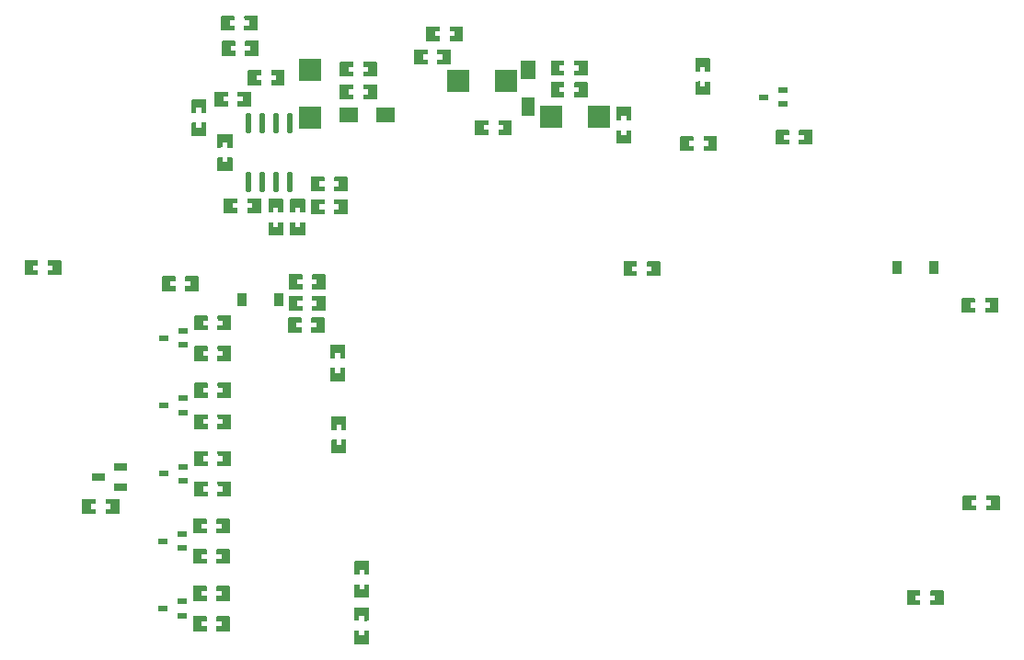
<source format=gtp>
G04 Layer: TopPasteMaskLayer*
G04 EasyEDA v6.5.23, 2023-06-13 20:56:30*
G04 d7613748035a41f38142119238425102,0997c0c323a540828c61b468e30a80a1,10*
G04 Gerber Generator version 0.2*
G04 Scale: 100 percent, Rotated: No, Reflected: No *
G04 Dimensions in millimeters *
G04 leading zeros omitted , absolute positions ,4 integer and 5 decimal *
%FSLAX45Y45*%
%MOMM*%

%AMMACRO1*21,1,$1,$2,0,0,$3*%
%ADD10MACRO1,1.296X1.7575X0.0000*%
%ADD11R,1.2960X1.7575*%
%ADD12MACRO1,1.296X1.7575X-90.0000*%
%ADD13R,2.0000X2.0000*%
%ADD14R,0.9500X1.1500*%
%ADD15R,1.2500X0.7000*%
%ADD16R,0.9360X0.5000*%
%ADD17O,0.5684012X1.950212*%
%ADD18O,0.0185X1.950212*%

%LPD*%
G36*
X5570321Y-1214424D02*
G01*
X5529326Y-1214932D01*
X5524347Y-1219911D01*
X5524347Y-1334922D01*
X5529326Y-1339951D01*
X5657342Y-1339951D01*
X5662320Y-1334922D01*
X5662320Y-1219911D01*
X5657342Y-1214932D01*
X5615330Y-1215440D01*
X5615330Y-1259433D01*
X5570321Y-1259433D01*
G37*
G36*
X5529326Y-999947D02*
G01*
X5524347Y-1004925D01*
X5524347Y-1119936D01*
X5529326Y-1124915D01*
X5570321Y-1124407D01*
X5570321Y-1080414D01*
X5615330Y-1080414D01*
X5615330Y-1124915D01*
X5657342Y-1124915D01*
X5662320Y-1119936D01*
X5662320Y-1004925D01*
X5657342Y-999947D01*
G37*
G36*
X6297015Y-764590D02*
G01*
X6256020Y-765098D01*
X6251041Y-770077D01*
X6251041Y-885088D01*
X6256020Y-890117D01*
X6384036Y-890117D01*
X6389014Y-885088D01*
X6389014Y-770077D01*
X6384036Y-765098D01*
X6342024Y-765606D01*
X6342024Y-809599D01*
X6297015Y-809599D01*
G37*
G36*
X6256020Y-550113D02*
G01*
X6251041Y-555091D01*
X6251041Y-670102D01*
X6256020Y-675081D01*
X6297015Y-674573D01*
X6297015Y-630580D01*
X6342024Y-630580D01*
X6342024Y-675081D01*
X6384036Y-675081D01*
X6389014Y-670102D01*
X6389014Y-555091D01*
X6384036Y-550113D01*
G37*
G36*
X2906014Y-3849979D02*
G01*
X2900984Y-3855008D01*
X2900984Y-3969969D01*
X2906014Y-3974998D01*
X2947974Y-3974490D01*
X2947974Y-3930497D01*
X2992983Y-3930497D01*
X2992983Y-3975506D01*
X3033979Y-3974998D01*
X3039008Y-3969969D01*
X3039008Y-3855008D01*
X3033979Y-3849979D01*
G37*
G36*
X2906014Y-4065015D02*
G01*
X2900984Y-4069994D01*
X2900984Y-4185005D01*
X2906014Y-4189984D01*
X3033979Y-4189984D01*
X3039008Y-4185005D01*
X3039008Y-4069994D01*
X3033979Y-4065015D01*
X2992983Y-4065473D01*
X2992983Y-4109516D01*
X2947974Y-4109516D01*
X2947974Y-4065015D01*
G37*
G36*
X2937002Y-3404514D02*
G01*
X2896006Y-3404971D01*
X2890977Y-3410000D01*
X2890977Y-3525012D01*
X2896006Y-3529990D01*
X3023971Y-3529990D01*
X3029000Y-3525012D01*
X3029000Y-3410000D01*
X3023971Y-3404971D01*
X2982010Y-3405479D01*
X2982010Y-3449472D01*
X2937002Y-3449472D01*
G37*
G36*
X2896006Y-3189986D02*
G01*
X2890977Y-3195015D01*
X2890977Y-3309975D01*
X2896006Y-3315004D01*
X2937002Y-3314496D01*
X2937002Y-3270503D01*
X2982010Y-3270503D01*
X2982010Y-3315004D01*
X3023971Y-3315004D01*
X3029000Y-3309975D01*
X3029000Y-3195015D01*
X3023971Y-3189986D01*
G37*
G36*
X7209993Y-1211021D02*
G01*
X7204964Y-1215999D01*
X7205472Y-1258011D01*
X7249464Y-1258011D01*
X7249464Y-1302969D01*
X7204506Y-1302969D01*
X7204964Y-1344015D01*
X7209993Y-1348994D01*
X7325004Y-1348994D01*
X7329982Y-1344015D01*
X7329982Y-1215999D01*
X7325004Y-1211021D01*
G37*
G36*
X6995007Y-1211021D02*
G01*
X6989978Y-1215999D01*
X6989978Y-1344015D01*
X6995007Y-1348994D01*
X7109968Y-1348994D01*
X7114997Y-1344015D01*
X7114489Y-1302969D01*
X7070496Y-1302969D01*
X7070496Y-1258011D01*
X7114997Y-1258011D01*
X7114997Y-1215999D01*
X7109968Y-1211021D01*
G37*
G36*
X5809996Y-2420975D02*
G01*
X5804966Y-2426004D01*
X5805474Y-2467965D01*
X5849467Y-2467965D01*
X5849467Y-2512974D01*
X5804509Y-2512974D01*
X5804966Y-2553970D01*
X5809996Y-2558999D01*
X5925007Y-2558999D01*
X5929985Y-2553970D01*
X5929985Y-2426004D01*
X5925007Y-2420975D01*
G37*
G36*
X5595010Y-2420975D02*
G01*
X5589981Y-2426004D01*
X5589981Y-2553970D01*
X5595010Y-2558999D01*
X5709970Y-2558999D01*
X5715000Y-2553970D01*
X5714492Y-2512974D01*
X5670499Y-2512974D01*
X5670499Y-2467965D01*
X5715000Y-2467965D01*
X5715000Y-2426004D01*
X5709970Y-2420975D01*
G37*
G36*
X2113483Y-391007D02*
G01*
X2108504Y-395986D01*
X2109012Y-437997D01*
X2153005Y-437997D01*
X2153005Y-483006D01*
X2107996Y-483006D01*
X2108504Y-524001D01*
X2113483Y-528980D01*
X2228494Y-528980D01*
X2233523Y-524001D01*
X2233523Y-395986D01*
X2228494Y-391007D01*
G37*
G36*
X1898497Y-391007D02*
G01*
X1893519Y-395986D01*
X1893519Y-524001D01*
X1898497Y-528980D01*
X2013508Y-528980D01*
X2018487Y-524001D01*
X2017979Y-483006D01*
X1973986Y-483006D01*
X1973986Y-437997D01*
X2018487Y-437997D01*
X2018487Y-395986D01*
X2013508Y-391007D01*
G37*
G36*
X5140858Y-572973D02*
G01*
X5135880Y-577951D01*
X5136388Y-619963D01*
X5180380Y-619963D01*
X5180380Y-664972D01*
X5135372Y-664972D01*
X5135880Y-705967D01*
X5140858Y-710946D01*
X5255869Y-710946D01*
X5260848Y-705967D01*
X5260848Y-577951D01*
X5255869Y-572973D01*
G37*
G36*
X4925872Y-572973D02*
G01*
X4920843Y-577951D01*
X4920843Y-705967D01*
X4925872Y-710946D01*
X5040884Y-710946D01*
X5045862Y-705967D01*
X5045354Y-664972D01*
X5001361Y-664972D01*
X5001361Y-619963D01*
X5045862Y-619963D01*
X5045862Y-577951D01*
X5040884Y-572973D01*
G37*
G36*
X3780891Y-258978D02*
G01*
X3775862Y-263956D01*
X3775862Y-391972D01*
X3780891Y-396951D01*
X3895851Y-396951D01*
X3900881Y-391972D01*
X3900373Y-349961D01*
X3856380Y-349961D01*
X3856380Y-304952D01*
X3901389Y-304952D01*
X3900881Y-263956D01*
X3895851Y-258978D01*
G37*
G36*
X3995877Y-258978D02*
G01*
X3990848Y-263956D01*
X3991356Y-304952D01*
X4035348Y-304952D01*
X4035348Y-349961D01*
X3990848Y-349961D01*
X3990848Y-391972D01*
X3995877Y-396951D01*
X4110888Y-396951D01*
X4115866Y-391972D01*
X4115866Y-263956D01*
X4110888Y-258978D01*
G37*
G36*
X5140858Y-772972D02*
G01*
X5135880Y-777951D01*
X5136388Y-819962D01*
X5180380Y-819962D01*
X5180380Y-864971D01*
X5135372Y-864971D01*
X5135880Y-905967D01*
X5140858Y-910945D01*
X5255869Y-910945D01*
X5260848Y-905967D01*
X5260848Y-777951D01*
X5255869Y-772972D01*
G37*
G36*
X4925872Y-772972D02*
G01*
X4920843Y-777951D01*
X4920843Y-905967D01*
X4925872Y-910945D01*
X5040884Y-910945D01*
X5045862Y-905967D01*
X5045354Y-864971D01*
X5001361Y-864971D01*
X5001361Y-819962D01*
X5045862Y-819962D01*
X5045862Y-777951D01*
X5040884Y-772972D01*
G37*
G36*
X3200857Y-792988D02*
G01*
X3195878Y-797966D01*
X3196386Y-839978D01*
X3240379Y-839978D01*
X3240379Y-884936D01*
X3195370Y-884936D01*
X3195878Y-925982D01*
X3200857Y-930960D01*
X3315868Y-930960D01*
X3320897Y-925982D01*
X3320897Y-797966D01*
X3315868Y-792988D01*
G37*
G36*
X2985871Y-792988D02*
G01*
X2980893Y-797966D01*
X2980893Y-925982D01*
X2985871Y-930960D01*
X3100882Y-930960D01*
X3105861Y-925982D01*
X3105353Y-884936D01*
X3061360Y-884936D01*
X3061360Y-839978D01*
X3105861Y-839978D01*
X3105861Y-797966D01*
X3100882Y-792988D01*
G37*
G36*
X1890877Y-158953D02*
G01*
X1885848Y-163982D01*
X1885848Y-291947D01*
X1890877Y-296976D01*
X2005888Y-296976D01*
X2010867Y-291947D01*
X2010359Y-249936D01*
X1966366Y-249936D01*
X1966366Y-204978D01*
X2011375Y-204978D01*
X2010867Y-163982D01*
X2005888Y-158953D01*
G37*
G36*
X2105863Y-158953D02*
G01*
X2100884Y-163982D01*
X2101392Y-204978D01*
X2145385Y-204978D01*
X2145385Y-249936D01*
X2100884Y-249936D01*
X2100884Y-291947D01*
X2105863Y-296976D01*
X2220874Y-296976D01*
X2225852Y-291947D01*
X2225852Y-163982D01*
X2220874Y-158953D01*
G37*
G36*
X3200857Y-582980D02*
G01*
X3195878Y-587959D01*
X3196386Y-629970D01*
X3240379Y-629970D01*
X3240379Y-674979D01*
X3195370Y-674979D01*
X3195878Y-715975D01*
X3200857Y-720953D01*
X3315868Y-720953D01*
X3320897Y-715975D01*
X3320897Y-587959D01*
X3315868Y-582980D01*
G37*
G36*
X2985871Y-582980D02*
G01*
X2980893Y-587959D01*
X2980893Y-715975D01*
X2985871Y-720953D01*
X3100882Y-720953D01*
X3105861Y-715975D01*
X3105353Y-674979D01*
X3061360Y-674979D01*
X3061360Y-629970D01*
X3105861Y-629970D01*
X3105861Y-587959D01*
X3100882Y-582980D01*
G37*
G36*
X1830882Y-858977D02*
G01*
X1825853Y-863955D01*
X1825853Y-991971D01*
X1830882Y-996950D01*
X1945893Y-996950D01*
X1950872Y-991971D01*
X1950364Y-949960D01*
X1906371Y-949960D01*
X1906371Y-904951D01*
X1951380Y-904951D01*
X1950872Y-863955D01*
X1945893Y-858977D01*
G37*
G36*
X2045868Y-858977D02*
G01*
X2040889Y-863955D01*
X2041347Y-904951D01*
X2085390Y-904951D01*
X2085390Y-949960D01*
X2040889Y-949960D01*
X2040889Y-991971D01*
X2045868Y-996950D01*
X2160879Y-996950D01*
X2165858Y-991971D01*
X2165858Y-863955D01*
X2160879Y-858977D01*
G37*
G36*
X2368397Y-2061972D02*
G01*
X2327351Y-2062480D01*
X2322372Y-2067458D01*
X2322372Y-2182469D01*
X2327351Y-2187448D01*
X2455367Y-2187448D01*
X2460345Y-2182469D01*
X2460345Y-2067458D01*
X2455367Y-2062480D01*
X2413355Y-2062937D01*
X2413355Y-2106980D01*
X2368397Y-2106980D01*
G37*
G36*
X2327351Y-1847443D02*
G01*
X2322372Y-1852472D01*
X2322372Y-1967433D01*
X2327351Y-1972462D01*
X2368397Y-1971954D01*
X2368397Y-1927961D01*
X2413355Y-1927961D01*
X2413355Y-1972462D01*
X2455367Y-1972462D01*
X2460345Y-1967433D01*
X2460345Y-1852472D01*
X2455367Y-1847443D01*
G37*
G36*
X2568397Y-2061972D02*
G01*
X2527350Y-2062480D01*
X2522372Y-2067458D01*
X2522372Y-2182469D01*
X2527350Y-2187448D01*
X2655366Y-2187448D01*
X2660345Y-2182469D01*
X2660345Y-2067458D01*
X2655366Y-2062480D01*
X2613355Y-2062937D01*
X2613355Y-2106980D01*
X2568397Y-2106980D01*
G37*
G36*
X2527350Y-1847443D02*
G01*
X2522372Y-1852472D01*
X2522372Y-1967433D01*
X2527350Y-1972462D01*
X2568397Y-1971954D01*
X2568397Y-1927961D01*
X2613355Y-1927961D01*
X2613355Y-1972462D01*
X2655366Y-1972462D01*
X2660345Y-1967433D01*
X2660345Y-1852472D01*
X2655366Y-1847443D01*
G37*
G36*
X2507488Y-2938983D02*
G01*
X2502509Y-2944012D01*
X2502509Y-3071977D01*
X2507488Y-3077006D01*
X2622499Y-3077006D01*
X2627477Y-3071977D01*
X2627020Y-3030016D01*
X2582976Y-3030016D01*
X2582976Y-2985008D01*
X2627985Y-2985008D01*
X2627477Y-2944012D01*
X2622499Y-2938983D01*
G37*
G36*
X2722473Y-2938983D02*
G01*
X2717495Y-2944012D01*
X2718003Y-2985008D01*
X2761996Y-2985008D01*
X2761996Y-3030016D01*
X2717495Y-3030016D01*
X2717495Y-3071977D01*
X2722473Y-3077006D01*
X2837484Y-3077006D01*
X2842514Y-3071977D01*
X2842514Y-2944012D01*
X2837484Y-2938983D01*
G37*
G36*
X8417458Y-5452973D02*
G01*
X8412480Y-5458002D01*
X8412988Y-5499963D01*
X8456980Y-5499963D01*
X8456980Y-5544972D01*
X8411972Y-5544972D01*
X8412480Y-5585968D01*
X8417458Y-5590997D01*
X8532469Y-5590997D01*
X8537498Y-5585968D01*
X8537498Y-5458002D01*
X8532469Y-5452973D01*
G37*
G36*
X8202472Y-5452973D02*
G01*
X8197494Y-5458002D01*
X8197494Y-5585968D01*
X8202472Y-5590997D01*
X8317484Y-5590997D01*
X8322462Y-5585968D01*
X8322005Y-5544972D01*
X8277961Y-5544972D01*
X8277961Y-5499963D01*
X8322462Y-5499963D01*
X8322462Y-5458002D01*
X8317484Y-5452973D01*
G37*
G36*
X8717483Y-4579010D02*
G01*
X8712504Y-4583988D01*
X8712504Y-4712004D01*
X8717483Y-4716983D01*
X8832494Y-4716983D01*
X8837472Y-4712004D01*
X8836964Y-4669993D01*
X8792972Y-4669993D01*
X8792972Y-4624984D01*
X8837980Y-4624984D01*
X8837472Y-4583988D01*
X8832494Y-4579010D01*
G37*
G36*
X8932468Y-4579010D02*
G01*
X8927490Y-4583988D01*
X8927998Y-4624984D01*
X8971991Y-4624984D01*
X8971991Y-4669993D01*
X8927490Y-4669993D01*
X8927490Y-4712004D01*
X8932468Y-4716983D01*
X9047480Y-4716983D01*
X9052458Y-4712004D01*
X9052458Y-4583988D01*
X9047480Y-4579010D01*
G37*
G36*
X297484Y-2413000D02*
G01*
X292506Y-2417978D01*
X293014Y-2459990D01*
X337007Y-2459990D01*
X337007Y-2504998D01*
X291998Y-2504998D01*
X292506Y-2545994D01*
X297484Y-2550972D01*
X412496Y-2550972D01*
X417525Y-2545994D01*
X417525Y-2417978D01*
X412496Y-2413000D01*
G37*
G36*
X82499Y-2413000D02*
G01*
X77520Y-2417978D01*
X77520Y-2545994D01*
X82499Y-2550972D01*
X197510Y-2550972D01*
X202488Y-2545994D01*
X201980Y-2504998D01*
X157988Y-2504998D01*
X157988Y-2459990D01*
X202488Y-2459990D01*
X202488Y-2417978D01*
X197510Y-2413000D01*
G37*
G36*
X1347470Y-2558999D02*
G01*
X1342491Y-2563977D01*
X1342491Y-2691993D01*
X1347470Y-2696972D01*
X1462481Y-2696972D01*
X1467510Y-2691993D01*
X1467002Y-2649982D01*
X1423009Y-2649982D01*
X1423009Y-2604973D01*
X1468018Y-2604973D01*
X1467510Y-2563977D01*
X1462481Y-2558999D01*
G37*
G36*
X1562506Y-2558999D02*
G01*
X1557477Y-2563977D01*
X1557985Y-2604973D01*
X1601978Y-2604973D01*
X1601978Y-2649982D01*
X1557477Y-2649982D01*
X1557477Y-2691993D01*
X1562506Y-2696972D01*
X1677517Y-2696972D01*
X1682496Y-2691993D01*
X1682496Y-2563977D01*
X1677517Y-2558999D01*
G37*
G36*
X8707475Y-2758998D02*
G01*
X8702497Y-2763977D01*
X8702497Y-2891993D01*
X8707475Y-2896971D01*
X8822486Y-2896971D01*
X8827465Y-2891993D01*
X8827008Y-2849981D01*
X8782964Y-2849981D01*
X8782964Y-2804972D01*
X8827973Y-2804972D01*
X8827465Y-2763977D01*
X8822486Y-2758998D01*
G37*
G36*
X8922461Y-2758998D02*
G01*
X8917482Y-2763977D01*
X8917990Y-2804972D01*
X8961983Y-2804972D01*
X8961983Y-2849981D01*
X8917482Y-2849981D01*
X8917482Y-2891993D01*
X8922461Y-2896971D01*
X9037472Y-2896971D01*
X9042501Y-2891993D01*
X9042501Y-2763977D01*
X9037472Y-2758998D01*
G37*
G36*
X6117488Y-1268984D02*
G01*
X6112510Y-1274013D01*
X6112510Y-1401978D01*
X6117488Y-1407007D01*
X6232499Y-1407007D01*
X6237478Y-1401978D01*
X6236970Y-1360017D01*
X6192977Y-1360017D01*
X6192977Y-1315008D01*
X6237986Y-1315008D01*
X6237478Y-1274013D01*
X6232499Y-1268984D01*
G37*
G36*
X6332474Y-1268984D02*
G01*
X6327495Y-1274013D01*
X6328003Y-1315008D01*
X6371996Y-1315008D01*
X6371996Y-1360017D01*
X6327495Y-1360017D01*
X6327495Y-1401978D01*
X6332474Y-1407007D01*
X6447485Y-1407007D01*
X6452463Y-1401978D01*
X6452463Y-1274013D01*
X6447485Y-1268984D01*
G37*
G36*
X3118002Y-5182463D02*
G01*
X3112973Y-5187492D01*
X3112973Y-5302504D01*
X3118002Y-5307482D01*
X3160014Y-5306974D01*
X3160014Y-5262981D01*
X3204972Y-5262981D01*
X3204972Y-5307990D01*
X3246018Y-5307482D01*
X3250996Y-5302504D01*
X3250996Y-5187492D01*
X3246018Y-5182463D01*
G37*
G36*
X3118002Y-5397500D02*
G01*
X3112973Y-5402478D01*
X3112973Y-5517489D01*
X3118002Y-5522468D01*
X3246018Y-5522468D01*
X3250996Y-5517489D01*
X3250996Y-5402478D01*
X3246018Y-5397500D01*
X3204972Y-5398008D01*
X3204972Y-5442000D01*
X3160014Y-5442000D01*
X3160014Y-5397500D01*
G37*
G36*
X4228388Y-1120952D02*
G01*
X4223359Y-1125982D01*
X4223359Y-1253947D01*
X4228388Y-1258976D01*
X4343349Y-1258976D01*
X4348378Y-1253947D01*
X4347870Y-1211986D01*
X4303877Y-1211986D01*
X4303877Y-1166977D01*
X4348886Y-1166977D01*
X4348378Y-1125982D01*
X4343349Y-1120952D01*
G37*
G36*
X4443374Y-1120952D02*
G01*
X4438345Y-1125982D01*
X4438853Y-1166977D01*
X4482846Y-1166977D01*
X4482846Y-1211986D01*
X4438345Y-1211986D01*
X4438345Y-1253947D01*
X4443374Y-1258976D01*
X4558385Y-1258976D01*
X4563364Y-1253947D01*
X4563364Y-1125982D01*
X4558385Y-1120952D01*
G37*
G36*
X3668369Y-470966D02*
G01*
X3663340Y-475945D01*
X3663340Y-603961D01*
X3668369Y-608939D01*
X3783380Y-608939D01*
X3788359Y-603961D01*
X3787851Y-561949D01*
X3743858Y-561949D01*
X3743858Y-516991D01*
X3788867Y-516991D01*
X3788359Y-475945D01*
X3783380Y-470966D01*
G37*
G36*
X3883355Y-470966D02*
G01*
X3878376Y-475945D01*
X3878884Y-516991D01*
X3922877Y-516991D01*
X3922877Y-561949D01*
X3878376Y-561949D01*
X3878376Y-603961D01*
X3883355Y-608939D01*
X3998366Y-608939D01*
X4003344Y-603961D01*
X4003344Y-475945D01*
X3998366Y-470966D01*
G37*
G36*
X2718358Y-1850948D02*
G01*
X2713380Y-1855978D01*
X2713380Y-1983943D01*
X2718358Y-1988972D01*
X2833370Y-1988972D01*
X2838348Y-1983943D01*
X2837891Y-1941982D01*
X2793847Y-1941982D01*
X2793847Y-1896973D01*
X2838856Y-1896973D01*
X2838348Y-1855978D01*
X2833370Y-1850948D01*
G37*
G36*
X2933395Y-1850948D02*
G01*
X2928366Y-1855978D01*
X2928874Y-1896973D01*
X2972866Y-1896973D01*
X2972866Y-1941982D01*
X2928366Y-1941982D01*
X2928366Y-1983943D01*
X2933395Y-1988972D01*
X3048355Y-1988972D01*
X3053384Y-1983943D01*
X3053384Y-1855978D01*
X3048355Y-1850948D01*
G37*
G36*
X2718358Y-1640941D02*
G01*
X2713380Y-1645970D01*
X2713380Y-1773936D01*
X2718358Y-1778965D01*
X2833370Y-1778965D01*
X2838348Y-1773936D01*
X2837891Y-1731975D01*
X2793847Y-1731975D01*
X2793847Y-1686966D01*
X2838856Y-1686966D01*
X2838348Y-1645970D01*
X2833370Y-1640941D01*
G37*
G36*
X2933395Y-1640941D02*
G01*
X2928366Y-1645970D01*
X2928874Y-1686966D01*
X2972866Y-1686966D01*
X2972866Y-1731975D01*
X2928366Y-1731975D01*
X2928366Y-1773936D01*
X2933395Y-1778965D01*
X3048355Y-1778965D01*
X3053384Y-1773936D01*
X3053384Y-1645970D01*
X3048355Y-1640941D01*
G37*
G36*
X2133346Y-1840941D02*
G01*
X2128367Y-1845970D01*
X2128875Y-1887931D01*
X2172868Y-1887931D01*
X2172868Y-1932939D01*
X2127859Y-1932939D01*
X2128367Y-1973935D01*
X2133346Y-1978964D01*
X2248357Y-1978964D01*
X2253386Y-1973935D01*
X2253386Y-1845970D01*
X2248357Y-1840941D01*
G37*
G36*
X1918360Y-1840941D02*
G01*
X1913382Y-1845970D01*
X1913382Y-1973935D01*
X1918360Y-1978964D01*
X2033371Y-1978964D01*
X2038350Y-1973935D01*
X2037892Y-1932939D01*
X1993849Y-1932939D01*
X1993849Y-1887931D01*
X2038350Y-1887931D01*
X2038350Y-1845970D01*
X2033371Y-1840941D01*
G37*
G36*
X1859381Y-1249934D02*
G01*
X1854352Y-1254963D01*
X1854352Y-1369974D01*
X1859381Y-1374952D01*
X1901342Y-1374444D01*
X1901342Y-1330452D01*
X1946351Y-1330452D01*
X1946351Y-1375460D01*
X1987346Y-1374952D01*
X1992375Y-1369974D01*
X1992375Y-1254963D01*
X1987346Y-1249934D01*
G37*
G36*
X1859381Y-1464970D02*
G01*
X1854352Y-1469948D01*
X1854352Y-1584960D01*
X1859381Y-1589938D01*
X1987346Y-1589938D01*
X1992375Y-1584960D01*
X1992375Y-1469948D01*
X1987346Y-1464970D01*
X1946351Y-1465478D01*
X1946351Y-1509471D01*
X1901342Y-1509471D01*
X1901342Y-1464970D01*
G37*
G36*
X3115970Y-5609996D02*
G01*
X3110992Y-5614974D01*
X3110992Y-5729986D01*
X3115970Y-5734964D01*
X3157982Y-5734507D01*
X3157982Y-5690463D01*
X3202990Y-5690463D01*
X3202990Y-5735472D01*
X3243986Y-5734964D01*
X3249015Y-5729986D01*
X3249015Y-5614974D01*
X3243986Y-5609996D01*
G37*
G36*
X3115970Y-5824982D02*
G01*
X3110992Y-5830011D01*
X3110992Y-5944971D01*
X3115970Y-5950000D01*
X3243986Y-5950000D01*
X3249015Y-5944971D01*
X3249015Y-5830011D01*
X3243986Y-5824982D01*
X3202990Y-5825490D01*
X3202990Y-5869482D01*
X3157982Y-5869482D01*
X3157982Y-5824982D01*
G37*
G36*
X1859991Y-4170984D02*
G01*
X1855012Y-4176014D01*
X1855470Y-4217974D01*
X1899513Y-4217974D01*
X1899513Y-4262983D01*
X1854504Y-4262983D01*
X1855012Y-4303979D01*
X1859991Y-4309008D01*
X1975002Y-4309008D01*
X1979980Y-4303979D01*
X1979980Y-4176014D01*
X1975002Y-4170984D01*
G37*
G36*
X1645005Y-4170984D02*
G01*
X1639976Y-4176014D01*
X1639976Y-4303979D01*
X1645005Y-4309008D01*
X1760016Y-4309008D01*
X1764995Y-4303979D01*
X1764487Y-4262983D01*
X1720494Y-4262983D01*
X1720494Y-4217974D01*
X1764995Y-4217974D01*
X1764995Y-4176014D01*
X1760016Y-4170984D01*
G37*
G36*
X2515006Y-2541016D02*
G01*
X2509977Y-2545994D01*
X2509977Y-2674010D01*
X2515006Y-2678988D01*
X2630017Y-2678988D01*
X2634996Y-2674010D01*
X2634488Y-2631998D01*
X2590495Y-2631998D01*
X2590495Y-2586990D01*
X2635504Y-2586990D01*
X2634996Y-2545994D01*
X2630017Y-2541016D01*
G37*
G36*
X2729992Y-2541016D02*
G01*
X2725013Y-2545994D01*
X2725470Y-2586990D01*
X2769514Y-2586990D01*
X2769514Y-2631998D01*
X2725013Y-2631998D01*
X2725013Y-2674010D01*
X2729992Y-2678988D01*
X2845003Y-2678988D01*
X2849981Y-2674010D01*
X2849981Y-2545994D01*
X2845003Y-2541016D01*
G37*
G36*
X2515006Y-2741015D02*
G01*
X2509977Y-2745994D01*
X2509977Y-2874010D01*
X2515006Y-2878988D01*
X2630017Y-2878988D01*
X2634996Y-2874010D01*
X2634488Y-2831998D01*
X2590495Y-2831998D01*
X2590495Y-2786989D01*
X2635504Y-2786989D01*
X2634996Y-2745994D01*
X2630017Y-2741015D01*
G37*
G36*
X2729992Y-2741015D02*
G01*
X2725013Y-2745994D01*
X2725470Y-2786989D01*
X2769514Y-2786989D01*
X2769514Y-2831998D01*
X2725013Y-2831998D01*
X2725013Y-2874010D01*
X2729992Y-2878988D01*
X2845003Y-2878988D01*
X2849981Y-2874010D01*
X2849981Y-2745994D01*
X2845003Y-2741015D01*
G37*
G36*
X830021Y-4610963D02*
G01*
X824992Y-4615992D01*
X825500Y-4658004D01*
X869492Y-4658004D01*
X869492Y-4702962D01*
X824484Y-4702962D01*
X824992Y-4744008D01*
X830021Y-4748987D01*
X944981Y-4748987D01*
X950010Y-4744008D01*
X950010Y-4615992D01*
X944981Y-4610963D01*
G37*
G36*
X614984Y-4610963D02*
G01*
X610006Y-4615992D01*
X610006Y-4744008D01*
X614984Y-4748987D01*
X729996Y-4748987D01*
X734974Y-4744008D01*
X734517Y-4702962D01*
X690473Y-4702962D01*
X690473Y-4658004D01*
X734974Y-4658004D01*
X734974Y-4615992D01*
X729996Y-4610963D01*
G37*
G36*
X1660398Y-1144473D02*
G01*
X1619351Y-1144981D01*
X1614373Y-1149959D01*
X1614373Y-1264970D01*
X1619351Y-1269949D01*
X1747367Y-1269949D01*
X1752396Y-1264970D01*
X1752396Y-1149959D01*
X1747367Y-1144981D01*
X1705356Y-1145438D01*
X1705356Y-1189482D01*
X1660398Y-1189482D01*
G37*
G36*
X1619351Y-929944D02*
G01*
X1614373Y-934974D01*
X1614373Y-1049934D01*
X1619351Y-1054963D01*
X1660398Y-1054455D01*
X1660398Y-1010462D01*
X1705356Y-1010462D01*
X1705356Y-1054963D01*
X1747367Y-1054963D01*
X1752396Y-1049934D01*
X1752396Y-934974D01*
X1747367Y-929944D01*
G37*
G36*
X2138375Y-660958D02*
G01*
X2133346Y-665988D01*
X2133346Y-793953D01*
X2138375Y-798982D01*
X2253386Y-798982D01*
X2258364Y-793953D01*
X2257856Y-751941D01*
X2213864Y-751941D01*
X2213864Y-706983D01*
X2258872Y-706983D01*
X2258364Y-665988D01*
X2253386Y-660958D01*
G37*
G36*
X2353360Y-660958D02*
G01*
X2348382Y-665988D01*
X2348890Y-706983D01*
X2392883Y-706983D01*
X2392883Y-751941D01*
X2348382Y-751941D01*
X2348382Y-793953D01*
X2353360Y-798982D01*
X2468372Y-798982D01*
X2473350Y-793953D01*
X2473350Y-665988D01*
X2468372Y-660958D01*
G37*
G36*
X1859991Y-3830980D02*
G01*
X1855012Y-3836009D01*
X1855470Y-3877970D01*
X1899513Y-3877970D01*
X1899513Y-3922979D01*
X1854504Y-3922979D01*
X1855012Y-3963974D01*
X1859991Y-3969004D01*
X1975002Y-3969004D01*
X1979980Y-3963974D01*
X1979980Y-3836009D01*
X1975002Y-3830980D01*
G37*
G36*
X1645005Y-3830980D02*
G01*
X1639976Y-3836009D01*
X1639976Y-3963974D01*
X1645005Y-3969004D01*
X1760016Y-3969004D01*
X1764995Y-3963974D01*
X1764487Y-3922979D01*
X1720494Y-3922979D01*
X1720494Y-3877970D01*
X1764995Y-3877970D01*
X1764995Y-3836009D01*
X1760016Y-3830980D01*
G37*
G36*
X1859991Y-3541014D02*
G01*
X1855012Y-3545992D01*
X1855470Y-3588004D01*
X1899513Y-3588004D01*
X1899513Y-3632962D01*
X1854504Y-3632962D01*
X1855012Y-3674008D01*
X1859991Y-3678986D01*
X1975002Y-3678986D01*
X1979980Y-3674008D01*
X1979980Y-3545992D01*
X1975002Y-3541014D01*
G37*
G36*
X1645005Y-3541014D02*
G01*
X1639976Y-3545992D01*
X1639976Y-3674008D01*
X1645005Y-3678986D01*
X1760016Y-3678986D01*
X1764995Y-3674008D01*
X1764487Y-3632962D01*
X1720494Y-3632962D01*
X1720494Y-3588004D01*
X1764995Y-3588004D01*
X1764995Y-3545992D01*
X1760016Y-3541014D01*
G37*
G36*
X1859991Y-4450994D02*
G01*
X1855012Y-4455972D01*
X1855470Y-4497984D01*
X1899513Y-4497984D01*
X1899513Y-4542993D01*
X1854504Y-4542993D01*
X1855012Y-4583988D01*
X1859991Y-4588967D01*
X1975002Y-4588967D01*
X1979980Y-4583988D01*
X1979980Y-4455972D01*
X1975002Y-4450994D01*
G37*
G36*
X1645005Y-4450994D02*
G01*
X1639976Y-4455972D01*
X1639976Y-4583988D01*
X1645005Y-4588967D01*
X1760016Y-4588967D01*
X1764995Y-4583988D01*
X1764487Y-4542993D01*
X1720494Y-4542993D01*
X1720494Y-4497984D01*
X1764995Y-4497984D01*
X1764995Y-4455972D01*
X1760016Y-4450994D01*
G37*
G36*
X1859991Y-2921000D02*
G01*
X1855012Y-2925978D01*
X1855470Y-2967990D01*
X1899513Y-2967990D01*
X1899513Y-3012998D01*
X1854504Y-3012998D01*
X1855012Y-3053994D01*
X1859991Y-3058972D01*
X1975002Y-3058972D01*
X1979980Y-3053994D01*
X1979980Y-2925978D01*
X1975002Y-2921000D01*
G37*
G36*
X1645005Y-2921000D02*
G01*
X1639976Y-2925978D01*
X1639976Y-3053994D01*
X1645005Y-3058972D01*
X1760016Y-3058972D01*
X1764995Y-3053994D01*
X1764487Y-3012998D01*
X1720494Y-3012998D01*
X1720494Y-2967990D01*
X1764995Y-2967990D01*
X1764995Y-2925978D01*
X1760016Y-2921000D01*
G37*
G36*
X1859991Y-3201009D02*
G01*
X1855012Y-3205988D01*
X1855470Y-3247999D01*
X1899513Y-3247999D01*
X1899513Y-3293008D01*
X1854504Y-3293008D01*
X1855012Y-3334004D01*
X1859991Y-3338982D01*
X1975002Y-3338982D01*
X1979980Y-3334004D01*
X1979980Y-3205988D01*
X1975002Y-3201009D01*
G37*
G36*
X1645005Y-3201009D02*
G01*
X1639976Y-3205988D01*
X1639976Y-3334004D01*
X1645005Y-3338982D01*
X1760016Y-3338982D01*
X1764995Y-3334004D01*
X1764487Y-3293008D01*
X1720494Y-3293008D01*
X1720494Y-3247999D01*
X1764995Y-3247999D01*
X1764995Y-3205988D01*
X1760016Y-3201009D01*
G37*
G36*
X1849983Y-5071008D02*
G01*
X1845005Y-5075986D01*
X1845513Y-5117998D01*
X1889506Y-5117998D01*
X1889506Y-5163007D01*
X1844497Y-5163007D01*
X1845005Y-5204002D01*
X1849983Y-5208981D01*
X1964994Y-5208981D01*
X1970024Y-5204002D01*
X1970024Y-5075986D01*
X1964994Y-5071008D01*
G37*
G36*
X1634998Y-5071008D02*
G01*
X1630019Y-5075986D01*
X1630019Y-5204002D01*
X1634998Y-5208981D01*
X1750009Y-5208981D01*
X1754987Y-5204002D01*
X1754479Y-5163007D01*
X1710486Y-5163007D01*
X1710486Y-5117998D01*
X1754987Y-5117998D01*
X1754987Y-5075986D01*
X1750009Y-5071008D01*
G37*
G36*
X1849983Y-4790998D02*
G01*
X1845005Y-4795977D01*
X1845513Y-4837988D01*
X1889506Y-4837988D01*
X1889506Y-4882997D01*
X1844497Y-4882997D01*
X1845005Y-4923993D01*
X1849983Y-4928971D01*
X1964994Y-4928971D01*
X1970024Y-4923993D01*
X1970024Y-4795977D01*
X1964994Y-4790998D01*
G37*
G36*
X1634998Y-4790998D02*
G01*
X1630019Y-4795977D01*
X1630019Y-4923993D01*
X1634998Y-4928971D01*
X1750009Y-4928971D01*
X1754987Y-4923993D01*
X1754479Y-4882997D01*
X1710486Y-4882997D01*
X1710486Y-4837988D01*
X1754987Y-4837988D01*
X1754987Y-4795977D01*
X1750009Y-4790998D01*
G37*
G36*
X1849983Y-5690971D02*
G01*
X1845005Y-5696000D01*
X1845513Y-5737961D01*
X1889506Y-5737961D01*
X1889506Y-5782970D01*
X1844497Y-5782970D01*
X1845005Y-5823966D01*
X1849983Y-5828995D01*
X1964994Y-5828995D01*
X1970024Y-5823966D01*
X1970024Y-5696000D01*
X1964994Y-5690971D01*
G37*
G36*
X1634998Y-5690971D02*
G01*
X1630019Y-5696000D01*
X1630019Y-5823966D01*
X1634998Y-5828995D01*
X1750009Y-5828995D01*
X1754987Y-5823966D01*
X1754479Y-5782970D01*
X1710486Y-5782970D01*
X1710486Y-5737961D01*
X1754987Y-5737961D01*
X1754987Y-5696000D01*
X1750009Y-5690971D01*
G37*
G36*
X1849983Y-5410962D02*
G01*
X1845005Y-5415991D01*
X1845513Y-5458002D01*
X1889506Y-5458002D01*
X1889506Y-5502960D01*
X1844497Y-5502960D01*
X1845005Y-5544007D01*
X1849983Y-5548985D01*
X1964994Y-5548985D01*
X1970024Y-5544007D01*
X1970024Y-5415991D01*
X1964994Y-5410962D01*
G37*
G36*
X1634998Y-5410962D02*
G01*
X1630019Y-5415991D01*
X1630019Y-5544007D01*
X1634998Y-5548985D01*
X1750009Y-5548985D01*
X1754987Y-5544007D01*
X1754479Y-5502960D01*
X1710486Y-5502960D01*
X1710486Y-5458002D01*
X1754987Y-5458002D01*
X1754987Y-5415991D01*
X1750009Y-5410962D01*
G37*
D10*
G01*
X4713366Y-661335D03*
D11*
G01*
X4713376Y-998575D03*
D12*
G01*
X3064744Y-1069959D03*
G01*
X3401993Y-1069959D03*
D13*
G01*
X4923358Y-1089964D03*
G01*
X5363362Y-1089964D03*
G01*
X4073372Y-759968D03*
G01*
X4513376Y-759968D03*
G01*
X2703372Y-1099972D03*
G01*
X2703372Y-659968D03*
D14*
G01*
X2419248Y-2780004D03*
G01*
X2080768Y-2780004D03*
G01*
X8110753Y-2480005D03*
G01*
X8449233Y-2480005D03*
D15*
G01*
X959993Y-4504994D03*
G01*
X959993Y-4315002D03*
G01*
X759993Y-4409998D03*
D16*
G01*
X1360195Y-3750005D03*
G01*
X1539798Y-3685006D03*
G01*
X1539798Y-3815003D03*
G01*
X1360195Y-4380001D03*
G01*
X1539798Y-4315002D03*
G01*
X1539798Y-4445000D03*
G01*
X1360195Y-3129991D03*
G01*
X1539798Y-3064992D03*
G01*
X1539798Y-3194989D03*
G01*
X1350213Y-4999989D03*
G01*
X1529791Y-4934991D03*
G01*
X1529791Y-5064988D03*
G01*
X1350213Y-5619978D03*
G01*
X1529791Y-5554979D03*
G01*
X1529791Y-5684977D03*
G01*
X6880199Y-910005D03*
G01*
X7059777Y-845007D03*
G01*
X7059777Y-975004D03*
D17*
G01*
X2142870Y-1690471D03*
G01*
X2269870Y-1690471D03*
G01*
X2396870Y-1690471D03*
G01*
X2523870Y-1690471D03*
G01*
X2142870Y-1149451D03*
G01*
X2269870Y-1149451D03*
G01*
X2396870Y-1149451D03*
G01*
X2523870Y-1149451D03*
M02*

</source>
